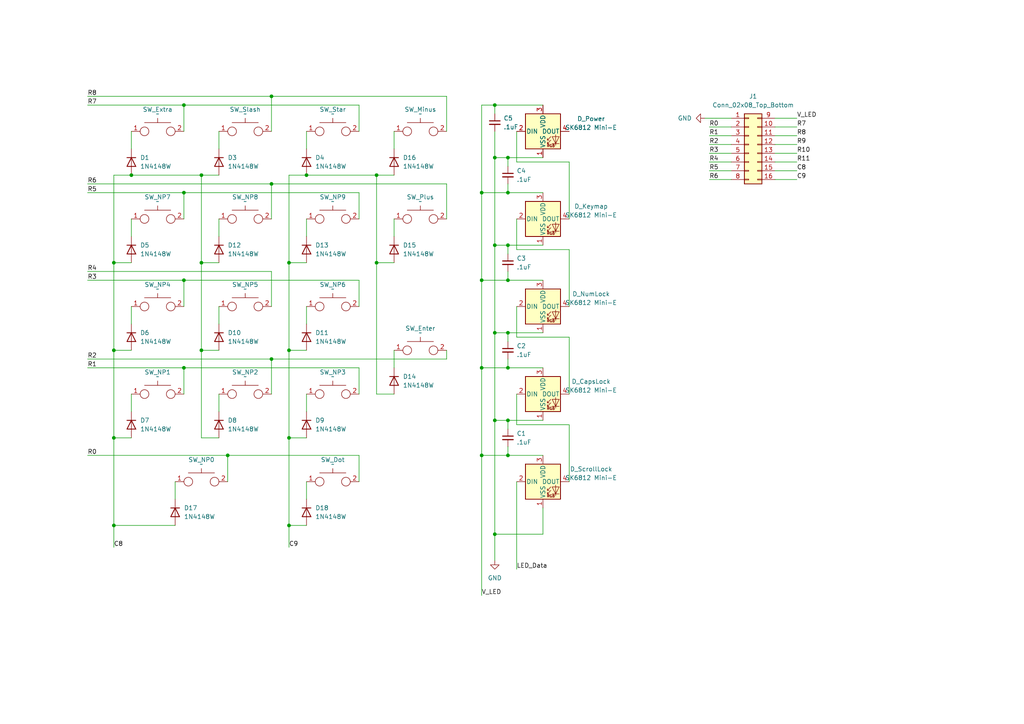
<source format=kicad_sch>
(kicad_sch (version 20230121) (generator eeschema)
  (paper "A4")
  (lib_symbols
    (symbol "Connector_Generic:Conn_02x08_Top_Bottom" (pin_names (offset 1.016) hide)
      (property "Reference" "J" (at 1.27 10.16 0))
      (property "Value" "Conn_02x08_Top_Bottom" (at 1.27 -12.7 0))
      (symbol "Conn_02x08_Top_Bottom_1_1"
        (rectangle (start -1.27 -10.033) (end 0 -10.287) (stroke (width 0.1524)))
        (rectangle (start -1.27 -7.493) (end 0 -7.747) (stroke (width 0.1524)))
        (rectangle (start -1.27 -4.953) (end 0 -5.207) (stroke (width 0.1524)))
        (rectangle (start -1.27 -2.413) (end 0 -2.667) (stroke (width 0.1524)))
        (rectangle (start -1.27 0.127) (end 0 -0.127) (stroke (width 0.1524)))
        (rectangle (start -1.27 2.667) (end 0 2.413) (stroke (width 0.1524)))
        (rectangle (start -1.27 5.207) (end 0 4.953) (stroke (width 0.1524)))
        (rectangle (start -1.27 7.747) (end 0 7.493) (stroke (width 0.1524)))
        (rectangle (start -1.27 8.89) (end 3.81 -11.43) (stroke (width 0.254)) (fill (type background)))
        (rectangle (start 3.81 -10.033) (end 2.54 -10.287) (stroke (width 0.1524)))
        (rectangle (start 3.81 -7.493) (end 2.54 -7.747) (stroke (width 0.1524)))
        (rectangle (start 3.81 -4.953) (end 2.54 -5.207) (stroke (width 0.1524)))
        (rectangle (start 3.81 -2.413) (end 2.54 -2.667) (stroke (width 0.1524)))
        (rectangle (start 3.81 0.127) (end 2.54 -0.127) (stroke (width 0.1524)))
        (rectangle (start 3.81 2.667) (end 2.54 2.413) (stroke (width 0.1524)))
        (rectangle (start 3.81 5.207) (end 2.54 4.953) (stroke (width 0.1524)))
        (rectangle (start 3.81 7.747) (end 2.54 7.493) (stroke (width 0.1524)))
        (pin passive line (at -5.08 7.62 0) (length 3.81) (name "Pin_1") (number "1"))
        (pin passive line (at 7.62 5.08 180) (length 3.81) (name "Pin_10") (number "10"))
        (pin passive line (at 7.62 2.54 180) (length 3.81) (name "Pin_11") (number "11"))
        (pin passive line (at 7.62 0 180) (length 3.81) (name "Pin_12") (number "12"))
        (pin passive line (at 7.62 -2.54 180) (length 3.81) (name "Pin_13") (number "13"))
        (pin passive line (at 7.62 -5.08 180) (length 3.81) (name "Pin_14") (number "14"))
        (pin passive line (at 7.62 -7.62 180) (length 3.81) (name "Pin_15") (number "15"))
        (pin passive line (at 7.62 -10.16 180) (length 3.81) (name "Pin_16") (number "16"))
        (pin passive line (at -5.08 5.08 0) (length 3.81) (name "Pin_2") (number "2"))
        (pin passive line (at -5.08 2.54 0) (length 3.81) (name "Pin_3") (number "3"))
        (pin passive line (at -5.08 0 0) (length 3.81) (name "Pin_4") (number "4"))
        (pin passive line (at -5.08 -2.54 0) (length 3.81) (name "Pin_5") (number "5"))
        (pin passive line (at -5.08 -5.08 0) (length 3.81) (name "Pin_6") (number "6"))
        (pin passive line (at -5.08 -7.62 0) (length 3.81) (name "Pin_7") (number "7"))
        (pin passive line (at -5.08 -10.16 0) (length 3.81) (name "Pin_8") (number "8"))
        (pin passive line (at 7.62 7.62 180) (length 3.81) (name "Pin_9") (number "9"))
      )
    )
    (symbol "Device:C_Small" (pin_numbers hide) (pin_names (offset 0.254) hide)
      (property "Reference" "C" (at 0.254 1.778 0))
      (property "Value" "C_Small" (at 0.254 -2.032 0))
      (symbol "C_Small_0_1"
        (polyline (pts (xy -1.524 -0.508) (xy 1.524 -0.508)) (stroke (width 0.3302)))
        (polyline (pts (xy -1.524 0.508) (xy 1.524 0.508)) (stroke (width 0.3048)))
      )
      (symbol "C_Small_1_1"
        (pin passive line (at 0 2.54 270) (length 2.032) (name "~") (number "1"))
        (pin passive line (at 0 -2.54 90) (length 2.032) (name "~") (number "2"))
      )
    )
    (symbol "Diode:1N4148W" (pin_numbers hide) (pin_names hide)
      (property "Reference" "D" (at 0 2.54 0))
      (property "Value" "1N4148W" (at 0 -2.54 0))
      (symbol "1N4148W_0_1"
        (polyline (pts (xy -1.27 1.27) (xy -1.27 -1.27)) (stroke (width 0.254)))
        (polyline (pts (xy 1.27 0) (xy -1.27 0)))
        (polyline (pts (xy 1.27 1.27) (xy 1.27 -1.27) (xy -1.27 0) (xy 1.27 1.27)) (stroke (width 0.254)))
      )
      (symbol "1N4148W_1_1"
        (pin passive line (at -3.81 0 0) (length 2.54) (name "K") (number "1"))
        (pin passive line (at 3.81 0 180) (length 2.54) (name "A") (number "2"))
      )
    )
    (symbol "mantyl:Kailh_MX_Socket"
      (property "Reference" "SW" (at 0 0 0))
      (symbol "Kailh_MX_Socket_0_1"
        (circle (center -3.81 -5.08) (radius 1.27))
        (polyline (pts (xy -3.81 -2.54) (xy 3.81 -2.54)))
        (polyline (pts (xy 0 -2.54) (xy 0 -1.27)))
        (circle (center 3.81 -5.08) (radius 1.27))
      )
      (symbol "Kailh_MX_Socket_1_1"
        (pin input line (at -7.62 -5.08 0) (length 2.54) (name "") (number "1"))
        (pin input line (at 7.62 -5.08 180) (length 2.54) (name "") (number "2"))
      )
    )
    (symbol "mantyl:SK6812 Mini-E" (pin_names (offset 0.254))
      (property "Reference" "D" (at 5.08 5.715 0))
      (property "Value" "SK6812 Mini-E" (at 1.27 -5.715 0))
      (symbol "SK6812 Mini-E_0_0"
        (text "RGB" (at 2.286 -4.191 0) (effects (font (size 0.762 0.762))))
      )
      (symbol "SK6812 Mini-E_0_1"
        (polyline (pts (xy 1.27 -3.556) (xy 1.778 -3.556)))
        (polyline (pts (xy 1.27 -2.54) (xy 1.778 -2.54)))
        (polyline (pts (xy 4.699 -3.556) (xy 2.667 -3.556)))
        (polyline (pts (xy 2.286 -2.54) (xy 1.27 -3.556) (xy 1.27 -3.048)))
        (polyline (pts (xy 2.286 -1.524) (xy 1.27 -2.54) (xy 1.27 -2.032)))
        (polyline (pts (xy 3.683 -1.016) (xy 3.683 -3.556) (xy 3.683 -4.064)))
        (polyline (pts (xy 4.699 -1.524) (xy 2.667 -1.524) (xy 3.683 -3.556) (xy 4.699 -1.524)))
        (rectangle (start 5.08 5.08) (end -5.08 -5.08) (stroke (width 0.254)) (fill (type background)))
      )
      (symbol "SK6812 Mini-E_1_1"
        (pin power_in line (at 0 -7.62 90) (length 2.54) (name "VSS") (number "1"))
        (pin input line (at -7.62 0 0) (length 2.54) (name "DIN") (number "2"))
        (pin power_in line (at 0 7.62 270) (length 2.54) (name "VDD") (number "3"))
        (pin output line (at 7.62 0 180) (length 2.54) (name "DOUT") (number "4"))
      )
    )
    (symbol "power:GND" (power) (pin_names (offset 0))
      (property "Value" "GND" (at 0 -3.81 0))
      (symbol "GND_0_1"
        (polyline (pts (xy 0 0) (xy 0 -1.27) (xy 1.27 -1.27) (xy 0 -2.54) (xy -1.27 -1.27) (xy 0 -1.27)))
      )
      (symbol "GND_1_1"
        (pin power_in line (at 0 0 270) (length 0) hide (name "GND") (number "1"))
      )
    )
  )
  (junction (at 53.34 30.48))
  (junction (at 33.02 76.2))
  (junction (at 139.7 106.68))
  (junction (at 143.51 45.72))
  (junction (at 88.9 50.8))
  (junction (at 58.42 76.2))
  (junction (at 78.74 104.14))
  (junction (at 147.32 96.52))
  (junction (at 53.34 55.88))
  (junction (at 139.7 81.28))
  (junction (at 83.82 152.4))
  (junction (at 78.74 27.94))
  (junction (at 139.7 132.08))
  (junction (at 53.34 106.68))
  (junction (at 147.32 45.72))
  (junction (at 147.32 55.88))
  (junction (at 58.42 50.8))
  (junction (at 109.22 50.8))
  (junction (at 109.22 76.2))
  (junction (at 143.51 96.52))
  (junction (at 66.04 132.08))
  (junction (at 58.42 101.6))
  (junction (at 33.02 101.6))
  (junction (at 147.32 71.12))
  (junction (at 83.82 127))
  (junction (at 83.82 101.6))
  (junction (at 78.74 53.34))
  (junction (at 147.32 106.68))
  (junction (at 143.51 71.12))
  (junction (at 33.02 127))
  (junction (at 147.32 81.28))
  (junction (at 38.1 50.8))
  (junction (at 147.32 132.08))
  (junction (at 143.51 154.94))
  (junction (at 33.02 152.4))
  (junction (at 139.7 55.88))
  (junction (at 53.34 81.28))
  (junction (at 143.51 121.92))
  (junction (at 147.32 121.92))
  (junction (at 143.51 30.48))
  (junction (at 83.82 76.2))
  (wire (pts (xy 205.74 46.99) (xy 212.09 46.99)))
  (wire (pts (xy 129.54 101.6) (xy 129.54 104.14)))
  (wire (pts (xy 205.74 52.07) (xy 212.09 52.07)))
  (wire (pts (xy 38.1 88.9) (xy 38.1 93.98)))
  (wire (pts (xy 224.79 41.91) (xy 231.14 41.91)))
  (wire (pts (xy 83.82 127) (xy 83.82 101.6)))
  (wire (pts (xy 147.32 78.74) (xy 147.32 81.28)))
  (wire (pts (xy 139.7 106.68) (xy 147.32 106.68)))
  (wire (pts (xy 104.14 63.5) (xy 104.14 55.88)))
  (wire (pts (xy 25.4 106.68) (xy 53.34 106.68)))
  (wire (pts (xy 114.3 38.1) (xy 114.3 43.18)))
  (wire (pts (xy 165.1 46.99) (xy 149.86 46.99)))
  (wire (pts (xy 83.82 152.4) (xy 83.82 127)))
  (wire (pts (xy 78.74 27.94) (xy 25.4 27.94)))
  (wire (pts (xy 83.82 76.2) (xy 83.82 50.8)))
  (wire (pts (xy 83.82 50.8) (xy 88.9 50.8)))
  (wire (pts (xy 88.9 88.9) (xy 88.9 93.98)))
  (wire (pts (xy 139.7 30.48) (xy 143.51 30.48)))
  (wire (pts (xy 53.34 106.68) (xy 53.34 114.3)))
  (wire (pts (xy 165.1 97.79) (xy 149.86 97.79)))
  (wire (pts (xy 147.32 104.14) (xy 147.32 106.68)))
  (wire (pts (xy 50.8 152.4) (xy 33.02 152.4)))
  (wire (pts (xy 139.7 55.88) (xy 147.32 55.88)))
  (wire (pts (xy 88.9 38.1) (xy 88.9 43.18)))
  (wire (pts (xy 129.54 27.94) (xy 78.74 27.94)))
  (wire (pts (xy 165.1 123.19) (xy 149.86 123.19)))
  (wire (pts (xy 104.14 114.3) (xy 104.14 106.68)))
  (wire (pts (xy 104.14 81.28) (xy 53.34 81.28)))
  (wire (pts (xy 109.22 50.8) (xy 109.22 76.2)))
  (wire (pts (xy 147.32 45.72) (xy 143.51 45.72)))
  (wire (pts (xy 205.74 49.53) (xy 212.09 49.53)))
  (wire (pts (xy 78.74 78.74) (xy 25.4 78.74)))
  (wire (pts (xy 83.82 127) (xy 88.9 127)))
  (wire (pts (xy 147.32 45.72) (xy 147.32 48.26)))
  (wire (pts (xy 147.32 55.88) (xy 157.48 55.88)))
  (wire (pts (xy 78.74 104.14) (xy 25.4 104.14)))
  (wire (pts (xy 38.1 50.8) (xy 58.42 50.8)))
  (wire (pts (xy 149.86 139.7) (xy 149.86 165.1)))
  (wire (pts (xy 78.74 38.1) (xy 78.74 27.94)))
  (wire (pts (xy 53.34 55.88) (xy 25.4 55.88)))
  (wire (pts (xy 25.4 132.08) (xy 66.04 132.08)))
  (wire (pts (xy 58.42 101.6) (xy 58.42 76.2)))
  (wire (pts (xy 109.22 76.2) (xy 114.3 76.2)))
  (wire (pts (xy 109.22 114.3) (xy 114.3 114.3)))
  (wire (pts (xy 143.51 96.52) (xy 143.51 121.92)))
  (wire (pts (xy 58.42 127) (xy 63.5 127)))
  (wire (pts (xy 63.5 38.1) (xy 63.5 43.18)))
  (wire (pts (xy 63.5 63.5) (xy 63.5 68.58)))
  (wire (pts (xy 143.51 45.72) (xy 143.51 71.12)))
  (wire (pts (xy 83.82 101.6) (xy 88.9 101.6)))
  (wire (pts (xy 38.1 63.5) (xy 38.1 68.58)))
  (wire (pts (xy 129.54 104.14) (xy 78.74 104.14)))
  (wire (pts (xy 109.22 76.2) (xy 109.22 114.3)))
  (wire (pts (xy 83.82 76.2) (xy 88.9 76.2)))
  (wire (pts (xy 83.82 152.4) (xy 88.9 152.4)))
  (wire (pts (xy 88.9 63.5) (xy 88.9 68.58)))
  (wire (pts (xy 224.79 34.29) (xy 231.14 34.29)))
  (wire (pts (xy 53.34 81.28) (xy 53.34 88.9)))
  (wire (pts (xy 88.9 139.7) (xy 88.9 144.78)))
  (wire (pts (xy 78.74 114.3) (xy 78.74 104.14)))
  (wire (pts (xy 58.42 76.2) (xy 58.42 50.8)))
  (wire (pts (xy 165.1 114.3) (xy 165.1 97.79)))
  (wire (pts (xy 63.5 114.3) (xy 63.5 119.38)))
  (wire (pts (xy 53.34 81.28) (xy 25.4 81.28)))
  (wire (pts (xy 143.51 121.92) (xy 147.32 121.92)))
  (wire (pts (xy 38.1 38.1) (xy 38.1 43.18)))
  (wire (pts (xy 78.74 63.5) (xy 78.74 53.34)))
  (wire (pts (xy 147.32 96.52) (xy 147.32 99.06)))
  (wire (pts (xy 224.79 39.37) (xy 231.14 39.37)))
  (wire (pts (xy 104.14 88.9) (xy 104.14 81.28)))
  (wire (pts (xy 129.54 63.5) (xy 129.54 53.34)))
  (wire (pts (xy 165.1 63.5) (xy 165.1 46.99)))
  (wire (pts (xy 139.7 81.28) (xy 147.32 81.28)))
  (wire (pts (xy 147.32 96.52) (xy 143.51 96.52)))
  (wire (pts (xy 33.02 50.8) (xy 38.1 50.8)))
  (wire (pts (xy 66.04 132.08) (xy 66.04 139.7)))
  (wire (pts (xy 143.51 30.48) (xy 157.48 30.48)))
  (wire (pts (xy 139.7 106.68) (xy 139.7 132.08)))
  (wire (pts (xy 204.47 34.29) (xy 212.09 34.29)))
  (wire (pts (xy 83.82 101.6) (xy 83.82 76.2)))
  (wire (pts (xy 205.74 39.37) (xy 212.09 39.37)))
  (wire (pts (xy 149.86 46.99) (xy 149.86 38.1)))
  (wire (pts (xy 33.02 101.6) (xy 33.02 127)))
  (wire (pts (xy 147.32 53.34) (xy 147.32 55.88)))
  (wire (pts (xy 104.14 38.1) (xy 104.14 30.48)))
  (wire (pts (xy 147.32 106.68) (xy 157.48 106.68)))
  (wire (pts (xy 104.14 55.88) (xy 53.34 55.88)))
  (wire (pts (xy 88.9 114.3) (xy 88.9 119.38)))
  (wire (pts (xy 147.32 71.12) (xy 143.51 71.12)))
  (wire (pts (xy 224.79 49.53) (xy 231.14 49.53)))
  (wire (pts (xy 147.32 124.46) (xy 147.32 121.92)))
  (wire (pts (xy 129.54 53.34) (xy 78.74 53.34)))
  (wire (pts (xy 149.86 114.3) (xy 149.86 123.19)))
  (wire (pts (xy 143.51 30.48) (xy 143.51 33.02)))
  (wire (pts (xy 53.34 55.88) (xy 53.34 63.5)))
  (wire (pts (xy 88.9 50.8) (xy 109.22 50.8)))
  (wire (pts (xy 139.7 81.28) (xy 139.7 106.68)))
  (wire (pts (xy 114.3 63.5) (xy 114.3 68.58)))
  (wire (pts (xy 165.1 88.9) (xy 165.1 72.39)))
  (wire (pts (xy 78.74 53.34) (xy 25.4 53.34)))
  (wire (pts (xy 33.02 101.6) (xy 38.1 101.6)))
  (wire (pts (xy 157.48 154.94) (xy 143.51 154.94)))
  (wire (pts (xy 58.42 127) (xy 58.42 101.6)))
  (wire (pts (xy 205.74 44.45) (xy 212.09 44.45)))
  (wire (pts (xy 104.14 106.68) (xy 53.34 106.68)))
  (wire (pts (xy 104.14 30.48) (xy 53.34 30.48)))
  (wire (pts (xy 83.82 152.4) (xy 83.82 158.75)))
  (wire (pts (xy 33.02 76.2) (xy 38.1 76.2)))
  (wire (pts (xy 139.7 132.08) (xy 147.32 132.08)))
  (wire (pts (xy 157.48 71.12) (xy 147.32 71.12)))
  (wire (pts (xy 53.34 30.48) (xy 53.34 38.1)))
  (wire (pts (xy 33.02 127) (xy 38.1 127)))
  (wire (pts (xy 33.02 127) (xy 33.02 152.4)))
  (wire (pts (xy 157.48 96.52) (xy 147.32 96.52)))
  (wire (pts (xy 224.79 46.99) (xy 231.14 46.99)))
  (wire (pts (xy 147.32 81.28) (xy 157.48 81.28)))
  (wire (pts (xy 139.7 132.08) (xy 139.7 172.72)))
  (wire (pts (xy 205.74 36.83) (xy 212.09 36.83)))
  (wire (pts (xy 149.86 63.5) (xy 149.86 72.39)))
  (wire (pts (xy 38.1 114.3) (xy 38.1 119.38)))
  (wire (pts (xy 143.51 71.12) (xy 143.51 96.52)))
  (wire (pts (xy 58.42 50.8) (xy 63.5 50.8)))
  (wire (pts (xy 78.74 88.9) (xy 78.74 78.74)))
  (wire (pts (xy 147.32 129.54) (xy 147.32 132.08)))
  (wire (pts (xy 109.22 50.8) (xy 114.3 50.8)))
  (wire (pts (xy 50.8 139.7) (xy 50.8 144.78)))
  (wire (pts (xy 114.3 101.6) (xy 114.3 106.68)))
  (wire (pts (xy 147.32 132.08) (xy 157.48 132.08)))
  (wire (pts (xy 33.02 76.2) (xy 33.02 101.6)))
  (wire (pts (xy 139.7 55.88) (xy 139.7 81.28)))
  (wire (pts (xy 224.79 44.45) (xy 231.14 44.45)))
  (wire (pts (xy 66.04 132.08) (xy 104.14 132.08)))
  (wire (pts (xy 139.7 30.48) (xy 139.7 55.88)))
  (wire (pts (xy 129.54 38.1) (xy 129.54 27.94)))
  (wire (pts (xy 143.51 38.1) (xy 143.51 45.72)))
  (wire (pts (xy 224.79 52.07) (xy 231.14 52.07)))
  (wire (pts (xy 33.02 152.4) (xy 33.02 158.75)))
  (wire (pts (xy 205.74 41.91) (xy 212.09 41.91)))
  (wire (pts (xy 147.32 71.12) (xy 147.32 73.66)))
  (wire (pts (xy 165.1 72.39) (xy 149.86 72.39)))
  (wire (pts (xy 143.51 154.94) (xy 143.51 162.56)))
  (wire (pts (xy 143.51 121.92) (xy 143.51 154.94)))
  (wire (pts (xy 58.42 76.2) (xy 63.5 76.2)))
  (wire (pts (xy 165.1 139.7) (xy 165.1 123.19)))
  (wire (pts (xy 53.34 30.48) (xy 25.4 30.48)))
  (wire (pts (xy 224.79 36.83) (xy 231.14 36.83)))
  (wire (pts (xy 33.02 50.8) (xy 33.02 76.2)))
  (wire (pts (xy 104.14 132.08) (xy 104.14 139.7)))
  (wire (pts (xy 157.48 147.32) (xy 157.48 154.94)))
  (wire (pts (xy 147.32 121.92) (xy 157.48 121.92)))
  (wire (pts (xy 157.48 45.72) (xy 147.32 45.72)))
  (wire (pts (xy 58.42 101.6) (xy 63.5 101.6)))
  (wire (pts (xy 63.5 88.9) (xy 63.5 93.98)))
  (wire (pts (xy 149.86 88.9) (xy 149.86 97.79)))
  (label "C9" (at 83.82 158.75 0))
  (label "C8" (at 231.14 49.53 0))
  (label "R3" (at 205.74 44.45 0))
  (label "V_LED" (at 231.14 34.29 0))
  (label "R5" (at 25.4 55.88 0))
  (label "R4" (at 25.4 78.74 0))
  (label "R2" (at 25.4 104.14 0))
  (label "R7" (at 25.4 30.48 0))
  (label "R8" (at 231.14 39.37 0))
  (label "C9" (at 231.14 52.07 0))
  (label "R6" (at 25.4 53.34 0))
  (label "R1" (at 205.74 39.37 0))
  (label "R10" (at 231.14 44.45 0))
  (label "R3" (at 25.4 81.28 0))
  (label "C8" (at 33.02 158.75 0))
  (label "R8" (at 25.4 27.94 0))
  (label "R0" (at 205.74 36.83 0))
  (label "LED_Data" (at 149.86 165.1 0))
  (label "R11" (at 231.14 46.99 0))
  (label "R1" (at 25.4 106.68 0))
  (label "R2" (at 205.74 41.91 0))
  (label "R5" (at 205.74 49.53 0))
  (label "R4" (at 205.74 46.99 0))
  (label "R6" (at 205.74 52.07 0))
  (label "R0" (at 25.4 132.08 0))
  (label "R7" (at 231.14 36.83 0))
  (label "V_LED" (at 139.7 172.72 0))
  (label "R9" (at 231.14 41.91 0))
  (symbol (lib_id "Diode:1N4148W") (at 114.3 46.99 270) (unit 1)
    (property "Reference" "D16" (at 116.84 45.72 90) (effects (justify left)))
    (property "Value" "1N4148W" (at 116.84 48.26 90) (effects (justify left)))
    (property "Footprint" "Diode_SMD:D_SOD-123" (effects hide))
    (property "Datasheet" "https://www.vishay.com/docs/85748/1n4148w.pdf" (effects hide))
    (property "Sim.Device" "D" (effects hide))
    (property "Sim.Pins" "1=K 2=A" (effects hide))
  )
  (symbol (lib_id "mantyl:Kailh_MX_Socket") (at 121.92 33.02 0) (unit 1)
    (property "Reference" "SW_Minus" (at 121.92 31.75 0))
    (property "Value" "~" (at 121.92 33.02 0))
  )
  (symbol (lib_id "Diode:1N4148W") (at 38.1 72.39 270) (unit 1)
    (property "Reference" "D5" (at 40.64 71.12 90) (effects (justify left)))
    (property "Value" "1N4148W" (at 40.64 73.66 90) (effects (justify left)))
    (property "Footprint" "Diode_SMD:D_SOD-123" (effects hide))
    (property "Datasheet" "https://www.vishay.com/docs/85748/1n4148w.pdf" (effects hide))
    (property "Sim.Device" "D" (effects hide))
    (property "Sim.Pins" "1=K 2=A" (effects hide))
  )
  (symbol (lib_id "Diode:1N4148W") (at 38.1 46.99 270) (unit 1)
    (property "Reference" "D1" (at 40.64 45.72 90) (effects (justify left)))
    (property "Value" "1N4148W" (at 40.64 48.26 90) (effects (justify left)))
    (property "Footprint" "Diode_SMD:D_SOD-123" (effects hide))
    (property "Datasheet" "https://www.vishay.com/docs/85748/1n4148w.pdf" (effects hide))
    (property "Sim.Device" "D" (effects hide))
    (property "Sim.Pins" "1=K 2=A" (effects hide))
  )
  (symbol (lib_id "Diode:1N4148W") (at 88.9 148.59 270) (unit 1)
    (property "Reference" "D18" (at 91.44 147.32 90) (effects (justify left)))
    (property "Value" "1N4148W" (at 91.44 149.86 90) (effects (justify left)))
    (property "Footprint" "Diode_SMD:D_SOD-123" (effects hide))
    (property "Datasheet" "https://www.vishay.com/docs/85748/1n4148w.pdf" (effects hide))
    (property "Sim.Device" "D" (effects hide))
    (property "Sim.Pins" "1=K 2=A" (effects hide))
  )
  (symbol (lib_id "mantyl:Kailh_MX_Socket") (at 121.92 96.52 0) (unit 1)
    (property "Reference" "SW_Enter" (at 121.92 95.25 0))
    (property "Value" "~" (at 121.92 96.52 0))
  )
  (symbol (lib_id "mantyl:Kailh_MX_Socket") (at 45.72 83.82 0) (unit 1)
    (property "Reference" "SW_NP4" (at 45.72 82.55 0))
    (property "Value" "~" (at 45.72 83.82 0))
  )
  (symbol (lib_id "mantyl:Kailh_MX_Socket") (at 96.52 83.82 0) (unit 1)
    (property "Reference" "SW_NP6" (at 96.52 82.55 0))
    (property "Value" "~" (at 96.52 83.82 0))
  )
  (symbol (lib_id "power:GND") (at 204.47 34.29 270) (unit 1)
    (property "Reference" "#PWR01" (effects hide))
    (property "Value" "GND" (at 200.66 34.29 90) (effects (justify right)))
  )
  (symbol (lib_id "mantyl:Kailh_MX_Socket") (at 71.12 58.42 0) (unit 1)
    (property "Reference" "SW_NP8" (at 71.12 57.15 0))
    (property "Value" "~" (at 71.12 58.42 0))
  )
  (symbol (lib_id "mantyl:SK6812 Mini-E") (at 157.48 139.7 0) (unit 1)
    (property "Reference" "D_ScrollLock" (at 171.45 136.0521 0))
    (property "Value" "SK6812 Mini-E" (at 171.45 138.5921 0))
    (property "Datasheet" "https://cdn-shop.adafruit.com/product-files/4960/4960_SK6812MINI-E_REV02_EN.pdf" (effects hide))
  )
  (symbol (lib_id "Device:C_Small") (at 147.32 76.2 0) (unit 1)
    (property "Reference" "C3" (at 149.86 74.9363 0) (effects (justify left)))
    (property "Value" ".1uF" (at 149.86 77.4763 0) (effects (justify left)))
  )
  (symbol (lib_id "mantyl:SK6812 Mini-E") (at 157.48 38.1 0) (unit 1)
    (property "Reference" "D_Power" (at 171.45 34.4521 0))
    (property "Value" "SK6812 Mini-E" (at 171.45 36.9921 0))
    (property "Datasheet" "https://cdn-shop.adafruit.com/product-files/4960/4960_SK6812MINI-E_REV02_EN.pdf" (effects hide))
  )
  (symbol (lib_id "mantyl:Kailh_MX_Socket") (at 96.52 109.22 0) (unit 1)
    (property "Reference" "SW_NP3" (at 96.52 107.95 0))
    (property "Value" "~" (at 96.52 109.22 0))
  )
  (symbol (lib_id "mantyl:Kailh_MX_Socket") (at 96.52 58.42 0) (unit 1)
    (property "Reference" "SW_NP9" (at 96.52 57.15 0))
    (property "Value" "~" (at 96.52 58.42 0))
  )
  (symbol (lib_id "Device:C_Small") (at 147.32 127 0) (unit 1)
    (property "Reference" "C1" (at 149.86 125.7363 0) (effects (justify left)))
    (property "Value" ".1uF" (at 149.86 128.2763 0) (effects (justify left)))
  )
  (symbol (lib_id "Diode:1N4148W") (at 38.1 123.19 270) (unit 1)
    (property "Reference" "D7" (at 40.64 121.92 90) (effects (justify left)))
    (property "Value" "1N4148W" (at 40.64 124.46 90) (effects (justify left)))
    (property "Footprint" "Diode_SMD:D_SOD-123" (effects hide))
    (property "Datasheet" "https://www.vishay.com/docs/85748/1n4148w.pdf" (effects hide))
    (property "Sim.Device" "D" (effects hide))
    (property "Sim.Pins" "1=K 2=A" (effects hide))
  )
  (symbol (lib_id "mantyl:Kailh_MX_Socket") (at 45.72 58.42 0) (unit 1)
    (property "Reference" "SW_NP7" (at 45.72 57.15 0))
    (property "Value" "~" (at 45.72 58.42 0))
  )
  (symbol (lib_id "Diode:1N4148W") (at 88.9 46.99 270) (unit 1)
    (property "Reference" "D4" (at 91.44 45.72 90) (effects (justify left)))
    (property "Value" "1N4148W" (at 91.44 48.26 90) (effects (justify left)))
    (property "Footprint" "Diode_SMD:D_SOD-123" (effects hide))
    (property "Datasheet" "https://www.vishay.com/docs/85748/1n4148w.pdf" (effects hide))
    (property "Sim.Device" "D" (effects hide))
    (property "Sim.Pins" "1=K 2=A" (effects hide))
  )
  (symbol (lib_id "mantyl:Kailh_MX_Socket") (at 96.52 134.62 0) (unit 1)
    (property "Reference" "SW_Dot" (at 96.52 133.35 0))
    (property "Value" "~" (at 96.52 134.62 0))
  )
  (symbol (lib_id "mantyl:Kailh_MX_Socket") (at 96.52 33.02 0) (unit 1)
    (property "Reference" "SW_Star" (at 96.52 31.75 0))
    (property "Value" "~" (at 96.52 33.02 0))
  )
  (symbol (lib_id "mantyl:Kailh_MX_Socket") (at 45.72 33.02 0) (unit 1)
    (property "Reference" "SW_Extra" (at 45.72 31.75 0))
    (property "Value" "~" (at 45.72 33.02 0))
  )
  (symbol (lib_id "Diode:1N4148W") (at 38.1 97.79 270) (unit 1)
    (property "Reference" "D6" (at 40.64 96.52 90) (effects (justify left)))
    (property "Value" "1N4148W" (at 40.64 99.06 90) (effects (justify left)))
    (property "Footprint" "Diode_SMD:D_SOD-123" (effects hide))
    (property "Datasheet" "https://www.vishay.com/docs/85748/1n4148w.pdf" (effects hide))
    (property "Sim.Device" "D" (effects hide))
    (property "Sim.Pins" "1=K 2=A" (effects hide))
  )
  (symbol (lib_id "Connector_Generic:Conn_02x08_Top_Bottom") (at 217.17 41.91 0) (unit 1)
    (property "Reference" "J1" (at 218.44 27.94 0))
    (property "Value" "Conn_02x08_Top_Bottom" (at 218.44 30.48 0))
    (property "Footprint" "Connector_IDC:IDC-Header_2x08_P2.54mm_Horizontal" (effects hide))
  )
  (symbol (lib_id "Diode:1N4148W") (at 114.3 72.39 270) (unit 1)
    (property "Reference" "D15" (at 116.84 71.12 90) (effects (justify left)))
    (property "Value" "1N4148W" (at 116.84 73.66 90) (effects (justify left)))
    (property "Footprint" "Diode_SMD:D_SOD-123" (effects hide))
    (property "Datasheet" "https://www.vishay.com/docs/85748/1n4148w.pdf" (effects hide))
    (property "Sim.Device" "D" (effects hide))
    (property "Sim.Pins" "1=K 2=A" (effects hide))
  )
  (symbol (lib_id "Device:C_Small") (at 143.51 35.56 0) (unit 1)
    (property "Reference" "C5" (at 146.05 34.2963 0) (effects (justify left)))
    (property "Value" ".1uF" (at 146.05 36.8363 0) (effects (justify left)))
  )
  (symbol (lib_id "Device:C_Small") (at 147.32 50.8 0) (unit 1)
    (property "Reference" "C4" (at 149.86 49.5363 0) (effects (justify left)))
    (property "Value" ".1uF" (at 149.86 52.0763 0) (effects (justify left)))
  )
  (symbol (lib_id "Diode:1N4148W") (at 50.8 148.59 270) (unit 1)
    (property "Reference" "D17" (at 53.34 147.32 90) (effects (justify left)))
    (property "Value" "1N4148W" (at 53.34 149.86 90) (effects (justify left)))
    (property "Footprint" "Diode_SMD:D_SOD-123" (effects hide))
    (property "Datasheet" "https://www.vishay.com/docs/85748/1n4148w.pdf" (effects hide))
    (property "Sim.Device" "D" (effects hide))
    (property "Sim.Pins" "1=K 2=A" (effects hide))
  )
  (symbol (lib_id "Diode:1N4148W") (at 88.9 72.39 270) (unit 1)
    (property "Reference" "D13" (at 91.44 71.12 90) (effects (justify left)))
    (property "Value" "1N4148W" (at 91.44 73.66 90) (effects (justify left)))
    (property "Footprint" "Diode_SMD:D_SOD-123" (effects hide))
    (property "Datasheet" "https://www.vishay.com/docs/85748/1n4148w.pdf" (effects hide))
    (property "Sim.Device" "D" (effects hide))
    (property "Sim.Pins" "1=K 2=A" (effects hide))
  )
  (symbol (lib_id "mantyl:Kailh_MX_Socket") (at 121.92 58.42 0) (unit 1)
    (property "Reference" "SW_Plus" (at 121.92 57.15 0))
    (property "Value" "~" (at 121.92 58.42 0))
  )
  (symbol (lib_id "mantyl:Kailh_MX_Socket") (at 71.12 83.82 0) (unit 1)
    (property "Reference" "SW_NP5" (at 71.12 82.55 0))
    (property "Value" "~" (at 71.12 83.82 0))
  )
  (symbol (lib_id "mantyl:SK6812 Mini-E") (at 157.48 114.3 0) (unit 1)
    (property "Reference" "D_CapsLock" (at 171.45 110.6521 0))
    (property "Value" "SK6812 Mini-E" (at 171.45 113.1921 0))
    (property "Datasheet" "https://cdn-shop.adafruit.com/product-files/4960/4960_SK6812MINI-E_REV02_EN.pdf" (effects hide))
  )
  (symbol (lib_id "mantyl:SK6812 Mini-E") (at 157.48 88.9 0) (unit 1)
    (property "Reference" "D_NumLock" (at 171.45 85.2521 0))
    (property "Value" "SK6812 Mini-E" (at 171.45 87.7921 0))
    (property "Datasheet" "https://cdn-shop.adafruit.com/product-files/4960/4960_SK6812MINI-E_REV02_EN.pdf" (effects hide))
  )
  (symbol (lib_id "Diode:1N4148W") (at 63.5 97.79 270) (unit 1)
    (property "Reference" "D10" (at 66.04 96.52 90) (effects (justify left)))
    (property "Value" "1N4148W" (at 66.04 99.06 90) (effects (justify left)))
    (property "Footprint" "Diode_SMD:D_SOD-123" (effects hide))
    (property "Datasheet" "https://www.vishay.com/docs/85748/1n4148w.pdf" (effects hide))
    (property "Sim.Device" "D" (effects hide))
    (property "Sim.Pins" "1=K 2=A" (effects hide))
  )
  (symbol (lib_id "Diode:1N4148W") (at 63.5 46.99 270) (unit 1)
    (property "Reference" "D3" (at 66.04 45.72 90) (effects (justify left)))
    (property "Value" "1N4148W" (at 66.04 48.26 90) (effects (justify left)))
    (property "Footprint" "Diode_SMD:D_SOD-123" (effects hide))
    (property "Datasheet" "https://www.vishay.com/docs/85748/1n4148w.pdf" (effects hide))
    (property "Sim.Device" "D" (effects hide))
    (property "Sim.Pins" "1=K 2=A" (effects hide))
  )
  (symbol (lib_id "Diode:1N4148W") (at 88.9 97.79 270) (unit 1)
    (property "Reference" "D11" (at 91.44 96.52 90) (effects (justify left)))
    (property "Value" "1N4148W" (at 91.44 99.06 90) (effects (justify left)))
    (property "Footprint" "Diode_SMD:D_SOD-123" (effects hide))
    (property "Datasheet" "https://www.vishay.com/docs/85748/1n4148w.pdf" (effects hide))
    (property "Sim.Device" "D" (effects hide))
    (property "Sim.Pins" "1=K 2=A" (effects hide))
  )
  (symbol (lib_id "Diode:1N4148W") (at 88.9 123.19 270) (unit 1)
    (property "Reference" "D9" (at 91.44 121.92 90) (effects (justify left)))
    (property "Value" "1N4148W" (at 91.44 124.46 90) (effects (justify left)))
    (property "Footprint" "Diode_SMD:D_SOD-123" (effects hide))
    (property "Datasheet" "https://www.vishay.com/docs/85748/1n4148w.pdf" (effects hide))
    (property "Sim.Device" "D" (effects hide))
    (property "Sim.Pins" "1=K 2=A" (effects hide))
  )
  (symbol (lib_id "mantyl:Kailh_MX_Socket") (at 71.12 109.22 0) (unit 1)
    (property "Reference" "SW_NP2" (at 71.12 107.95 0))
    (property "Value" "~" (at 71.12 109.22 0))
  )
  (symbol (lib_id "Diode:1N4148W") (at 63.5 72.39 270) (unit 1)
    (property "Reference" "D12" (at 66.04 71.12 90) (effects (justify left)))
    (property "Value" "1N4148W" (at 66.04 73.66 90) (effects (justify left)))
    (property "Footprint" "Diode_SMD:D_SOD-123" (effects hide))
    (property "Datasheet" "https://www.vishay.com/docs/85748/1n4148w.pdf" (effects hide))
    (property "Sim.Device" "D" (effects hide))
    (property "Sim.Pins" "1=K 2=A" (effects hide))
  )
  (symbol (lib_id "Diode:1N4148W") (at 63.5 123.19 270) (unit 1)
    (property "Reference" "D8" (at 66.04 121.92 90) (effects (justify left)))
    (property "Value" "1N4148W" (at 66.04 124.46 90) (effects (justify left)))
    (property "Footprint" "Diode_SMD:D_SOD-123" (effects hide))
    (property "Datasheet" "https://www.vishay.com/docs/85748/1n4148w.pdf" (effects hide))
    (property "Sim.Device" "D" (effects hide))
    (property "Sim.Pins" "1=K 2=A" (effects hide))
  )
  (symbol (lib_id "Diode:1N4148W") (at 114.3 110.49 270) (unit 1)
    (property "Reference" "D14" (at 116.84 109.22 90) (effects (justify left)))
    (property "Value" "1N4148W" (at 116.84 111.76 90) (effects (justify left)))
    (property "Footprint" "Diode_SMD:D_SOD-123" (effects hide))
    (property "Datasheet" "https://www.vishay.com/docs/85748/1n4148w.pdf" (effects hide))
    (property "Sim.Device" "D" (effects hide))
    (property "Sim.Pins" "1=K 2=A" (effects hide))
  )
  (symbol (lib_id "mantyl:SK6812 Mini-E") (at 157.48 63.5 0) (unit 1)
    (property "Reference" "D_Keymap" (at 171.45 59.8521 0))
    (property "Value" "SK6812 Mini-E" (at 171.45 62.3921 0))
    (property "Datasheet" "https://cdn-shop.adafruit.com/product-files/4960/4960_SK6812MINI-E_REV02_EN.pdf" (effects hide))
  )
  (symbol (lib_id "mantyl:Kailh_MX_Socket") (at 71.12 33.02 0) (unit 1)
    (property "Reference" "SW_Slash" (at 71.12 31.75 0))
    (property "Value" "~" (at 71.12 33.02 0))
  )
  (symbol (lib_id "mantyl:Kailh_MX_Socket") (at 45.72 109.22 0) (unit 1)
    (property "Reference" "SW_NP1" (at 45.72 107.95 0))
    (property "Value" "~" (at 45.72 109.22 0))
  )
  (symbol (lib_id "Device:C_Small") (at 147.32 101.6 0) (unit 1)
    (property "Reference" "C2" (at 149.86 100.3363 0) (effects (justify left)))
    (property "Value" ".1uF" (at 149.86 102.8763 0) (effects (justify left)))
  )
  (symbol (lib_id "mantyl:Kailh_MX_Socket") (at 58.42 134.62 0) (unit 1)
    (property "Reference" "SW_NP0" (at 58.42 133.35 0))
    (property "Value" "~" (at 58.42 134.62 0))
  )
  (symbol (lib_id "power:GND") (at 143.51 162.56 0) (unit 1)
    (property "Reference" "#PWR02" (effects hide))
    (property "Value" "GND" (at 143.51 167.64 0))
  )
)
</source>
